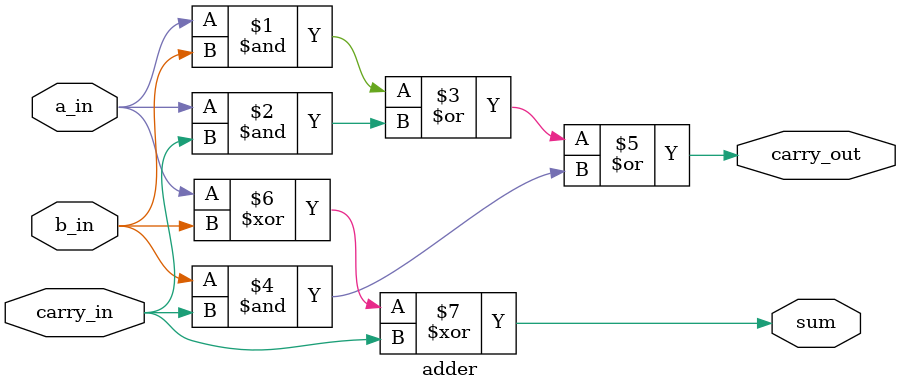
<source format=sv>
module adder(
    input logic a_in,
    input logic b_in,
    input logic carry_in,
    output logic carry_out,
    output logic sum);
    
    assign carry_out = (a_in & b_in) |( a_in & carry_in) | (b_in & carry_in);
    assign sum = a_in ^ b_in ^ carry_in;
    
endmodule
</source>
